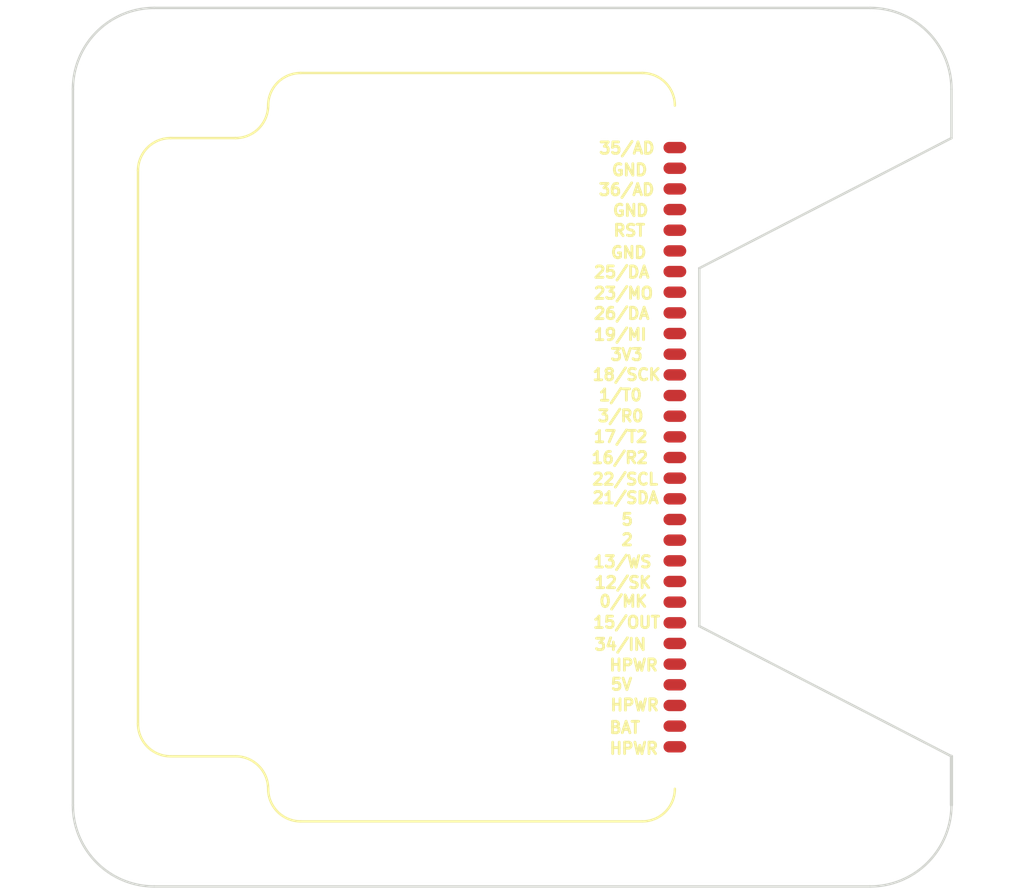
<source format=kicad_pcb>
(kicad_pcb (version 20171130) (host pcbnew 5.1.5-52549c5~86~ubuntu18.04.1)

  (general
    (thickness 1.6)
    (drawings 52)
    (tracks 0)
    (zones 0)
    (modules 13)
    (nets 27)
  )

  (page A4)
  (layers
    (0 F.Cu signal)
    (31 B.Cu signal)
    (32 B.Adhes user)
    (33 F.Adhes user)
    (34 B.Paste user)
    (35 F.Paste user)
    (36 B.SilkS user)
    (37 F.SilkS user)
    (38 B.Mask user)
    (39 F.Mask user)
    (40 Dwgs.User user)
    (41 Cmts.User user)
    (42 Eco1.User user)
    (43 Eco2.User user)
    (44 Edge.Cuts user)
    (45 Margin user)
    (46 B.CrtYd user)
    (47 F.CrtYd user)
    (48 B.Fab user)
    (49 F.Fab user)
  )

  (setup
    (last_trace_width 0.25)
    (trace_clearance 0.2)
    (zone_clearance 0.508)
    (zone_45_only no)
    (trace_min 0.2)
    (via_size 0.8)
    (via_drill 0.4)
    (via_min_size 0.4)
    (via_min_drill 0.3)
    (uvia_size 0.3)
    (uvia_drill 0.1)
    (uvias_allowed no)
    (uvia_min_size 0.2)
    (uvia_min_drill 0.1)
    (edge_width 0.15)
    (segment_width 0.2)
    (pcb_text_width 0.3)
    (pcb_text_size 1.5 1.5)
    (mod_edge_width 0.15)
    (mod_text_size 1 1)
    (mod_text_width 0.15)
    (pad_size 3.15 1)
    (pad_drill 0)
    (pad_to_mask_clearance 0.2)
    (solder_mask_min_width 0.25)
    (aux_axis_origin 98.2472 62.5348)
    (grid_origin 98.3488 62.4332)
    (visible_elements FFFFFF7F)
    (pcbplotparams
      (layerselection 0x010fc_ffffffff)
      (usegerberextensions true)
      (usegerberattributes false)
      (usegerberadvancedattributes false)
      (creategerberjobfile false)
      (excludeedgelayer true)
      (linewidth 0.100000)
      (plotframeref false)
      (viasonmask false)
      (mode 1)
      (useauxorigin false)
      (hpglpennumber 1)
      (hpglpenspeed 20)
      (hpglpendiameter 15.000000)
      (psnegative false)
      (psa4output false)
      (plotreference true)
      (plotvalue true)
      (plotinvisibletext false)
      (padsonsilk false)
      (subtractmaskfromsilk false)
      (outputformat 1)
      (mirror false)
      (drillshape 0)
      (scaleselection 1)
      (outputdirectory "gerbers"))
  )

  (net 0 "")
  (net 1 GND)
  (net 2 +BATT)
  (net 3 +5V)
  (net 4 +3V3)
  (net 5 /35)
  (net 6 /36)
  (net 7 /RST)
  (net 8 /25)
  (net 9 /23)
  (net 10 /26)
  (net 11 /19)
  (net 12 /18)
  (net 13 /1)
  (net 14 /3)
  (net 15 /17)
  (net 16 /16)
  (net 17 /22)
  (net 18 /21)
  (net 19 /5)
  (net 20 /2)
  (net 21 /13)
  (net 22 /12)
  (net 23 /0)
  (net 24 /15)
  (net 25 /34)
  (net 26 /HPWR)

  (net_class Default "これは標準のネット クラスです。"
    (clearance 0.2)
    (trace_width 0.25)
    (via_dia 0.8)
    (via_drill 0.4)
    (uvia_dia 0.3)
    (uvia_drill 0.1)
    (add_net +3V3)
    (add_net +5V)
    (add_net +BATT)
    (add_net /0)
    (add_net /1)
    (add_net /12)
    (add_net /13)
    (add_net /15)
    (add_net /16)
    (add_net /17)
    (add_net /18)
    (add_net /19)
    (add_net /2)
    (add_net /21)
    (add_net /22)
    (add_net /23)
    (add_net /25)
    (add_net /26)
    (add_net /3)
    (add_net /34)
    (add_net /35)
    (add_net /36)
    (add_net /5)
    (add_net /HPWR)
    (add_net /RST)
    (add_net GND)
  )

  (module footprints:outer_corner (layer F.Cu) (tedit 5D40D49F) (tstamp 5D0F3291)
    (at 100 50 90)
    (fp_text reference corner3 (at -3.9243 -2.4765 90) (layer F.SilkS) hide
      (effects (font (size 1 1) (thickness 0.15)))
    )
    (fp_text value outer_corner (at -3.429 -1.4224 90) (layer F.Fab)
      (effects (font (size 1 1) (thickness 0.15)))
    )
    (fp_arc (start -3 3) (end 2 3) (angle -90) (layer Edge.Cuts) (width 0.15))
  )

  (module footprints:outer_corner (layer F.Cu) (tedit 5D40D49F) (tstamp 5D0F31A6)
    (at 150 100 270)
    (fp_text reference corner2 (at -3.9243 -2.4765 90) (layer F.SilkS) hide
      (effects (font (size 1 1) (thickness 0.15)))
    )
    (fp_text value outer_corner (at -3.429 -1.4224 90) (layer F.Fab)
      (effects (font (size 1 1) (thickness 0.15)))
    )
    (fp_arc (start -3 3) (end 2 3) (angle -90) (layer Edge.Cuts) (width 0.15))
  )

  (module footprints:outer_corner (layer F.Cu) (tedit 5D40D49F) (tstamp 5D0F3304)
    (at 100 100 180)
    (fp_text reference corner4 (at -3.9243 -2.4765) (layer F.SilkS) hide
      (effects (font (size 1 1) (thickness 0.15)))
    )
    (fp_text value outer_corner (at -3.429 -1.4224) (layer F.Fab)
      (effects (font (size 1 1) (thickness 0.15)))
    )
    (fp_arc (start -3 3) (end 2 3) (angle -90) (layer Edge.Cuts) (width 0.15))
  )

  (module footprints:outer_corner (layer F.Cu) (tedit 5D40D49F) (tstamp 5D0F2FD0)
    (at 150 50)
    (fp_text reference corner1 (at -0.4191 -2.6035) (layer F.SilkS) hide
      (effects (font (size 1 1) (thickness 0.15)))
    )
    (fp_text value outer_corner (at -0.0765 -1.6384) (layer F.Fab)
      (effects (font (size 1 1) (thickness 0.15)))
    )
    (fp_arc (start -3 3) (end 2 3) (angle -90) (layer Edge.Cuts) (width 0.15))
  )

  (module MountingHole:MountingHole_3.2mm_M3 (layer F.Cu) (tedit 5B27A8D5) (tstamp 5B32220F)
    (at 103 53)
    (descr "Mounting Hole 3.2mm, no annular, M3")
    (tags "mounting hole 3.2mm no annular m3")
    (attr virtual)
    (fp_text reference REF1 (at 0 -4.2) (layer F.SilkS) hide
      (effects (font (size 1 1) (thickness 0.15)))
    )
    (fp_text value MountingHole_3.2mm_M3 (at 0 4.2) (layer F.Fab)
      (effects (font (size 1 1) (thickness 0.15)))
    )
    (fp_circle (center 0 0) (end 3.45 0) (layer F.CrtYd) (width 0.05))
    (fp_circle (center 0 0) (end 3.2 0) (layer Cmts.User) (width 0.15))
    (fp_text user %R (at 0.3 0) (layer F.Fab)
      (effects (font (size 1 1) (thickness 0.15)))
    )
    (pad 1 np_thru_hole circle (at 0 0) (size 3.2 3.2) (drill 3.2) (layers *.Cu *.Mask))
  )

  (module MountingHole:MountingHole_3.2mm_M3 (layer F.Cu) (tedit 5BE52A9C) (tstamp 5B322B4A)
    (at 147 53)
    (descr "Mounting Hole 3.2mm, no annular, M3")
    (tags "mounting hole 3.2mm no annular m3")
    (attr virtual)
    (fp_text reference REF4 (at 0 -4.2) (layer F.SilkS) hide
      (effects (font (size 1 1) (thickness 0.15)))
    )
    (fp_text value MountingHole_3.2mm_M3 (at 0 4.2) (layer F.Fab)
      (effects (font (size 1 1) (thickness 0.15)))
    )
    (fp_circle (center 0 0) (end 3.45 0) (layer F.CrtYd) (width 0.05))
    (fp_circle (center 0 0) (end 3.2 0) (layer Cmts.User) (width 0.15))
    (fp_text user %R (at 0.3 0) (layer F.Fab)
      (effects (font (size 1 1) (thickness 0.15)))
    )
    (pad 1 np_thru_hole circle (at 0 0) (size 3.2 3.2) (drill 3.2) (layers *.Cu *.Mask))
  )

  (module MountingHole:MountingHole_3.2mm_M3 (layer F.Cu) (tedit 5B27A915) (tstamp 5B3224E4)
    (at 103 97)
    (descr "Mounting Hole 3.2mm, no annular, M3")
    (tags "mounting hole 3.2mm no annular m3")
    (attr virtual)
    (fp_text reference REF6 (at 0 -4.2) (layer F.SilkS) hide
      (effects (font (size 1 1) (thickness 0.15)))
    )
    (fp_text value MountingHole_3.2mm_M3 (at 0 4.2) (layer F.Fab)
      (effects (font (size 1 1) (thickness 0.15)))
    )
    (fp_circle (center 0 0) (end 3.45 0) (layer F.CrtYd) (width 0.05))
    (fp_circle (center 0 0) (end 3.2 0) (layer Cmts.User) (width 0.15))
    (fp_text user %R (at 0.3 0) (layer F.Fab)
      (effects (font (size 1 1) (thickness 0.15)))
    )
    (pad 1 np_thru_hole circle (at 0 0) (size 3.2 3.2) (drill 3.2) (layers *.Cu *.Mask))
  )

  (module MountingHole:MountingHole_3.2mm_M3 (layer F.Cu) (tedit 5B27A932) (tstamp 5B3225DF)
    (at 147 97)
    (descr "Mounting Hole 3.2mm, no annular, M3")
    (tags "mounting hole 3.2mm no annular m3")
    (attr virtual)
    (fp_text reference REF9 (at 0 -4.2) (layer F.SilkS) hide
      (effects (font (size 1 1) (thickness 0.15)))
    )
    (fp_text value MountingHole_3.2mm_M3 (at 0 4.2) (layer F.Fab)
      (effects (font (size 1 1) (thickness 0.15)))
    )
    (fp_text user %R (at 0.3 0) (layer F.Fab)
      (effects (font (size 1 1) (thickness 0.15)))
    )
    (fp_circle (center 0 0) (end 3.2 0) (layer Cmts.User) (width 0.15))
    (fp_circle (center 0 0) (end 3.45 0) (layer F.CrtYd) (width 0.05))
    (pad 1 np_thru_hole circle (at 0 0) (size 3.2 3.2) (drill 3.2) (layers *.Cu *.Mask))
  )

  (module MountingHole:MountingHole_2.2mm_M2 (layer F.Cu) (tedit 5B27A8E1) (tstamp 5B32290D)
    (at 107 53)
    (descr "Mounting Hole 2.2mm, no annular, M2")
    (tags "mounting hole 2.2mm no annular m2")
    (attr virtual)
    (fp_text reference REF2 (at 0 -3.2) (layer F.SilkS) hide
      (effects (font (size 1 1) (thickness 0.15)))
    )
    (fp_text value MountingHole_2.2mm_M2 (at 0 3.2) (layer F.Fab)
      (effects (font (size 1 1) (thickness 0.15)))
    )
    (fp_circle (center 0 0) (end 2.45 0) (layer F.CrtYd) (width 0.05))
    (fp_circle (center 0 0) (end 2.2 0) (layer Cmts.User) (width 0.15))
    (fp_text user %R (at 0.3 0) (layer F.Fab)
      (effects (font (size 1 1) (thickness 0.15)))
    )
    (pad 1 np_thru_hole circle (at 0 0) (size 2.2 2.2) (drill 2.2) (layers *.Cu *.Mask))
  )

  (module MountingHole:MountingHole_2.2mm_M2 (layer F.Cu) (tedit 5B27A8EC) (tstamp 5B3F0566)
    (at 143 53)
    (descr "Mounting Hole 2.2mm, no annular, M2")
    (tags "mounting hole 2.2mm no annular m2")
    (attr virtual)
    (fp_text reference REF3 (at 0 -3.2) (layer F.SilkS) hide
      (effects (font (size 1 1) (thickness 0.15)))
    )
    (fp_text value MountingHole_2.2mm_M2 (at 0 3.2) (layer F.Fab)
      (effects (font (size 1 1) (thickness 0.15)))
    )
    (fp_circle (center 0 0) (end 2.45 0) (layer F.CrtYd) (width 0.05))
    (fp_circle (center 0 0) (end 2.2 0) (layer Cmts.User) (width 0.15))
    (fp_text user %R (at 0.3 0) (layer F.Fab)
      (effects (font (size 1 1) (thickness 0.15)))
    )
    (pad 1 np_thru_hole circle (at 0 0) (size 2.2 2.2) (drill 2.2) (layers *.Cu *.Mask))
  )

  (module MountingHole:MountingHole_2.2mm_M2 (layer F.Cu) (tedit 5B27A91F) (tstamp 5B3F0575)
    (at 107 97)
    (descr "Mounting Hole 2.2mm, no annular, M2")
    (tags "mounting hole 2.2mm no annular m2")
    (attr virtual)
    (fp_text reference REF7 (at 0 -3.2) (layer F.SilkS) hide
      (effects (font (size 1 1) (thickness 0.15)))
    )
    (fp_text value MountingHole_2.2mm_M2 (at 0 3.2) (layer F.Fab)
      (effects (font (size 1 1) (thickness 0.15)))
    )
    (fp_circle (center 0 0) (end 2.45 0) (layer F.CrtYd) (width 0.05))
    (fp_circle (center 0 0) (end 2.2 0) (layer Cmts.User) (width 0.15))
    (fp_text user %R (at 0.3 0) (layer F.Fab)
      (effects (font (size 1 1) (thickness 0.15)))
    )
    (pad 1 np_thru_hole circle (at 0 0) (size 2.2 2.2) (drill 2.2) (layers *.Cu *.Mask))
  )

  (module MountingHole:MountingHole_2.2mm_M2 (layer F.Cu) (tedit 5B27A928) (tstamp 5B3F0585)
    (at 143 97)
    (descr "Mounting Hole 2.2mm, no annular, M2")
    (tags "mounting hole 2.2mm no annular m2")
    (attr virtual)
    (fp_text reference REF8 (at 0 -3.2) (layer F.SilkS) hide
      (effects (font (size 1 1) (thickness 0.15)))
    )
    (fp_text value MountingHole_2.2mm_M2 (at 0 3.2) (layer F.Fab)
      (effects (font (size 1 1) (thickness 0.15)))
    )
    (fp_circle (center 0 0) (end 2.45 0) (layer F.CrtYd) (width 0.05))
    (fp_circle (center 0 0) (end 2.2 0) (layer Cmts.User) (width 0.15))
    (fp_text user %R (at 0.3 0) (layer F.Fab)
      (effects (font (size 1 1) (thickness 0.15)))
    )
    (pad 1 np_thru_hole circle (at 0 0) (size 2.2 2.2) (drill 2.2) (layers *.Cu *.Mask))
  )

  (module footprints:Pads_1x30_P1.27mm_Vertical (layer F.Cu) (tedit 5D10D102) (tstamp 5D112CD6)
    (at 135 56.585)
    (descr "Through hole straight pin header, 1x30, 1.27mm pitch, single row")
    (tags "Through hole pin header THT 1x30 1.27mm single row")
    (path /5CD7CD4A)
    (fp_text reference J1 (at 0 -1.695) (layer F.SilkS) hide
      (effects (font (size 1 1) (thickness 0.15)))
    )
    (fp_text value free_holes (at 0 38.525) (layer F.Fab)
      (effects (font (size 1 1) (thickness 0.15)))
    )
    (fp_line (start -0.525 -0.635) (end 1.05 -0.635) (layer F.Fab) (width 0.1))
    (fp_line (start 1.05 -0.635) (end 1.05 37.465) (layer F.Fab) (width 0.1))
    (fp_line (start 1.05 37.465) (end -1.05 37.465) (layer F.Fab) (width 0.1))
    (fp_line (start -1.05 37.465) (end -1.05 -0.11) (layer F.Fab) (width 0.1))
    (fp_line (start -1.05 -0.11) (end -0.525 -0.635) (layer F.Fab) (width 0.1))
    (fp_line (start -1.55 -1.15) (end -1.55 38) (layer F.CrtYd) (width 0.05))
    (fp_line (start -1.55 38) (end 1.55 38) (layer F.CrtYd) (width 0.05))
    (fp_line (start 1.55 38) (end 1.55 -1.15) (layer F.CrtYd) (width 0.05))
    (fp_line (start 1.55 -1.15) (end -1.55 -1.15) (layer F.CrtYd) (width 0.05))
    (fp_text user %R (at 0 18.415 90) (layer F.Fab)
      (effects (font (size 1 1) (thickness 0.15)))
    )
    (pad 1 connect oval (at 0 0) (size 1.4 0.7) (layers F.Cu F.Mask)
      (net 5 /35))
    (pad 2 connect oval (at 0 1.27) (size 1.4 0.7) (layers F.Cu F.Mask)
      (net 1 GND))
    (pad 3 connect oval (at 0 2.54) (size 1.4 0.7) (layers F.Cu F.Mask)
      (net 6 /36))
    (pad 4 connect oval (at 0 3.81) (size 1.4 0.7) (layers F.Cu F.Mask)
      (net 1 GND))
    (pad 5 connect oval (at 0 5.08) (size 1.4 0.7) (layers F.Cu F.Mask)
      (net 7 /RST))
    (pad 6 connect oval (at 0 6.35) (size 1.4 0.7) (layers F.Cu F.Mask)
      (net 1 GND))
    (pad 7 connect oval (at 0 7.62) (size 1.4 0.7) (layers F.Cu F.Mask)
      (net 8 /25))
    (pad 8 connect oval (at 0 8.89) (size 1.4 0.7) (layers F.Cu F.Mask)
      (net 9 /23))
    (pad 9 connect oval (at 0 10.16) (size 1.4 0.7) (layers F.Cu F.Mask)
      (net 10 /26))
    (pad 10 connect oval (at 0 11.43) (size 1.4 0.7) (layers F.Cu F.Mask)
      (net 11 /19))
    (pad 11 connect oval (at 0 12.7) (size 1.4 0.7) (layers F.Cu F.Mask)
      (net 4 +3V3))
    (pad 12 connect oval (at 0 13.97) (size 1.4 0.7) (layers F.Cu F.Mask)
      (net 12 /18))
    (pad 13 connect oval (at 0 15.24) (size 1.4 0.7) (layers F.Cu F.Mask)
      (net 13 /1))
    (pad 14 connect oval (at 0 16.51) (size 1.4 0.7) (layers F.Cu F.Mask)
      (net 14 /3))
    (pad 15 connect oval (at 0 17.78) (size 1.4 0.7) (layers F.Cu F.Mask)
      (net 15 /17))
    (pad 16 connect oval (at 0 19.05) (size 1.4 0.7) (layers F.Cu F.Mask)
      (net 16 /16))
    (pad 17 connect oval (at 0 20.32) (size 1.4 0.7) (layers F.Cu F.Mask)
      (net 17 /22))
    (pad 18 connect oval (at 0 21.59) (size 1.4 0.7) (layers F.Cu F.Mask)
      (net 18 /21))
    (pad 19 connect oval (at 0 22.86) (size 1.4 0.7) (layers F.Cu F.Mask)
      (net 19 /5))
    (pad 20 connect oval (at 0 24.13) (size 1.4 0.7) (layers F.Cu F.Mask)
      (net 20 /2))
    (pad 21 connect oval (at 0 25.4) (size 1.4 0.7) (layers F.Cu F.Mask)
      (net 21 /13))
    (pad 22 connect oval (at 0 26.67) (size 1.4 0.7) (layers F.Cu F.Mask)
      (net 22 /12))
    (pad 23 connect oval (at 0 27.94) (size 1.4 0.7) (layers F.Cu F.Mask)
      (net 23 /0))
    (pad 24 connect oval (at 0 29.21) (size 1.4 0.7) (layers F.Cu F.Mask)
      (net 24 /15))
    (pad 25 connect oval (at 0 30.48) (size 1.4 0.7) (layers F.Cu F.Mask)
      (net 25 /34))
    (pad 26 connect oval (at 0 31.75) (size 1.4 0.7) (layers F.Cu F.Mask)
      (net 26 /HPWR))
    (pad 27 connect oval (at 0 33.02) (size 1.4 0.7) (layers F.Cu F.Mask)
      (net 3 +5V))
    (pad 28 connect oval (at 0 34.29) (size 1.4 0.7) (layers F.Cu F.Mask)
      (net 26 /HPWR))
    (pad 29 connect oval (at 0 35.56) (size 1.4 0.7) (layers F.Cu F.Mask)
      (net 2 +BATT))
    (pad 30 connect oval (at 0 36.83) (size 1.4 0.7) (layers F.Cu F.Mask)
      (net 26 /HPWR))
    (model ${KISYS3DMOD}/Connector_PinHeader_1.27mm.3dshapes/PinHeader_1x30_P1.27mm_Vertical.wrl
      (at (xyz 0 0 0))
      (scale (xyz 1 1 1))
      (rotate (xyz 0 0 0))
    )
  )

  (gr_text "Please put components on back side." (at 124.1388 50.4732) (layer Eco1.User)
    (effects (font (size 1 1) (thickness 0.15)))
  )
  (gr_line (start 152 53) (end 152 56) (layer Edge.Cuts) (width 0.15))
  (gr_line (start 136.5 86) (end 152 94) (layer Edge.Cuts) (width 0.15))
  (gr_line (start 136.5 64) (end 136.5 86) (layer Edge.Cuts) (width 0.15))
  (gr_line (start 152 56) (end 136.5 64) (layer Edge.Cuts) (width 0.15))
  (gr_text 21/SDA (at 131.9693 78.1131) (layer F.SilkS) (tstamp 5D0F4D33)
    (effects (font (size 0.7 0.7) (thickness 0.175)))
  )
  (gr_text HPWR (at 132.4773 93.5182) (layer F.SilkS) (tstamp 5D0FBAC3)
    (effects (font (size 0.7 0.7) (thickness 0.175)))
  )
  (gr_text HPWR (at 132.5281 90.8512) (layer F.SilkS) (tstamp 5D0FB26C)
    (effects (font (size 0.7 0.7) (thickness 0.175)))
  )
  (gr_text HPWR (at 132.4646 88.4001) (layer F.SilkS) (tstamp 5D0FB269)
    (effects (font (size 0.7 0.7) (thickness 0.175)))
  )
  (gr_text 2 (at 132.0675 80.692) (layer F.SilkS) (tstamp 5D0FB265)
    (effects (font (size 0.7 0.7) (thickness 0.175)))
  )
  (gr_text 5 (at 132.0675 79.4474) (layer F.SilkS) (tstamp 5D0FB236)
    (effects (font (size 0.7 0.7) (thickness 0.175)))
  )
  (gr_text BAT (at 131.9185 92.2355) (layer F.SilkS) (tstamp 5D0FB204)
    (effects (font (size 0.7 0.7) (thickness 0.175)))
  )
  (gr_text 5V (at 131.7153 89.5812) (layer F.SilkS) (tstamp 5D0FB200)
    (effects (font (size 0.7 0.7) (thickness 0.175)))
  )
  (gr_text RST (at 132.1988 61.6832) (layer F.SilkS) (tstamp 5D0FB1FC)
    (effects (font (size 0.7 0.7) (thickness 0.175)))
  )
  (gr_text GND (at 132.1598 63.0382) (layer F.SilkS) (tstamp 5D0FB1F5)
    (effects (font (size 0.7 0.7) (thickness 0.175)))
  )
  (gr_text GND (at 132.2788 60.4532) (layer F.SilkS) (tstamp 5D0FB1F5)
    (effects (font (size 0.7 0.7) (thickness 0.175)))
  )
  (gr_text GND (at 132.2152 57.962) (layer F.SilkS) (tstamp 5D0FB1F2)
    (effects (font (size 0.7 0.7) (thickness 0.175)))
  )
  (gr_line (start 103 48) (end 147 48) (layer Edge.Cuts) (width 0.15))
  (gr_arc (start 112 96) (end 110 96) (angle -90) (layer F.SilkS) (width 0.15) (tstamp 5D0F5050))
  (gr_arc (start 104 92) (end 102 92) (angle -90) (layer F.SilkS) (width 0.15) (tstamp 5D0F5050))
  (gr_arc (start 104 58) (end 104 56) (angle -90) (layer F.SilkS) (width 0.15) (tstamp 5D0F5019))
  (gr_arc (start 112 54) (end 112 52) (angle -90) (layer F.SilkS) (width 0.15) (tstamp 5D0F5019))
  (gr_arc (start 108 54) (end 108 56) (angle -90) (layer F.SilkS) (width 0.15) (tstamp 5D0F5019))
  (gr_arc (start 108 96) (end 110 96) (angle -90) (layer F.SilkS) (width 0.15) (tstamp 5D0F5012))
  (gr_arc (start 133 96) (end 133 98) (angle -90) (layer F.SilkS) (width 0.15))
  (gr_arc (start 133 54) (end 135 54) (angle -90) (layer F.SilkS) (width 0.15))
  (gr_text 3V3 (at 132.0328 69.312) (layer F.SilkS) (tstamp 5D0F4EBB)
    (effects (font (size 0.7 0.7) (thickness 0.175)))
  )
  (gr_text 18/SCK (at 132.0328 70.5439) (layer F.SilkS) (tstamp 5D0F4EBB)
    (effects (font (size 0.7 0.7) (thickness 0.175)))
  )
  (gr_text 19/MI (at 131.6391 68.0801) (layer F.SilkS) (tstamp 5D0F4EBB)
    (effects (font (size 0.7 0.7) (thickness 0.175)))
  )
  (gr_text 23/MO (at 131.8423 65.5401) (layer F.SilkS) (tstamp 5D0F4EBB)
    (effects (font (size 0.7 0.7) (thickness 0.175)))
  )
  (gr_text 15/OUT (at 132.0328 85.7712) (layer F.SilkS) (tstamp 5D0F4EBB)
    (effects (font (size 0.7 0.7) (thickness 0.175)))
  )
  (gr_text 12/SK (at 131.8042 83.3201) (layer F.SilkS) (tstamp 5D0F4E1B)
    (effects (font (size 0.7 0.7) (thickness 0.175)))
  )
  (gr_text 3/R0 (at 131.6645 73.0839) (layer F.SilkS) (tstamp 5D0F4C0D)
    (effects (font (size 0.7 0.7) (thickness 0.175)))
  )
  (gr_text 16/R2 (at 131.6137 75.6493) (layer F.SilkS) (tstamp 5D0F4C0D)
    (effects (font (size 0.7 0.7) (thickness 0.175)))
  )
  (gr_line (start 112 98) (end 133 98) (layer F.SilkS) (width 0.15))
  (gr_line (start 104 94) (end 108 94) (layer F.SilkS) (width 0.15))
  (gr_line (start 102 58) (end 102 92) (layer F.SilkS) (width 0.15))
  (gr_line (start 108 56) (end 104 56) (layer F.SilkS) (width 0.15))
  (gr_line (start 133 52) (end 112 52) (layer F.SilkS) (width 0.15))
  (gr_line (start 152 94) (end 152 97) (layer Edge.Cuts) (width 0.2))
  (gr_text 34/IN (at 131.6518 87.1301) (layer F.SilkS) (tstamp 5C40AD92)
    (effects (font (size 0.7 0.7) (thickness 0.175)))
  )
  (gr_text 0/MK (at 131.8296 84.4758) (layer F.SilkS) (tstamp 5C40AD92)
    (effects (font (size 0.7 0.7) (thickness 0.175)))
  )
  (gr_text 13/WS (at 131.7788 82.0501) (layer F.SilkS) (tstamp 5C40ACA6)
    (effects (font (size 0.7 0.7) (thickness 0.175)))
  )
  (gr_text 1/T0 (at 131.6518 71.8012) (layer F.SilkS) (tstamp 5B34B796)
    (effects (font (size 0.7 0.7) (thickness 0.175)))
  )
  (gr_text 17/T2 (at 131.6645 74.3539) (layer F.SilkS) (tstamp 5B34B794)
    (effects (font (size 0.7 0.7) (thickness 0.175)))
  )
  (gr_text 25/DA (at 131.728 64.2447) (layer F.SilkS) (tstamp 5B34B797)
    (effects (font (size 0.7 0.7) (thickness 0.175)))
  )
  (gr_text 26/DA (at 131.728 66.7847) (layer F.SilkS) (tstamp 5B34B796)
    (effects (font (size 0.7 0.7) (thickness 0.175)))
  )
  (gr_text 35/AD (at 132.0488 56.6232) (layer F.SilkS) (tstamp 5B34B795)
    (effects (font (size 0.7 0.7) (thickness 0.175)))
  )
  (gr_text 36/AD (at 132.0288 59.1732) (layer F.SilkS) (tstamp 5B34B794)
    (effects (font (size 0.7 0.7) (thickness 0.175)))
  )
  (gr_text 22/SCL (at 131.9439 76.9701) (layer F.SilkS) (tstamp 5B27AEB7)
    (effects (font (size 0.7 0.7) (thickness 0.175)))
  )
  (gr_line (start 98 97) (end 98 53) (layer Edge.Cuts) (width 0.15))
  (gr_line (start 147 102) (end 103 102) (layer Edge.Cuts) (width 0.15))

  (zone (net 1) (net_name GND) (layer B.Cu) (tstamp 5D310A56) (hatch edge 0.508)
    (connect_pads (clearance 0.508))
    (min_thickness 0.254)
    (fill (arc_segments 16) (thermal_gap 0.508) (thermal_bridge_width 0.508))
    (polygon
      (pts
        (xy 151.78959 102.407179) (xy 152.30801 48.159221) (xy 98.011501 47.75719) (xy 97.356622 102.005195)
      )
    )
  )
  (zone (net 1) (net_name GND) (layer F.Cu) (tstamp 5D310A53) (hatch edge 0.508)
    (connect_pads (clearance 0.508))
    (min_thickness 0.254)
    (fill (arc_segments 16) (thermal_gap 0.508) (thermal_bridge_width 0.508))
    (polygon
      (pts
        (xy 97.8488 47.9132) (xy 97.6288 101.7932) (xy 152.1188 102.4032) (xy 152.1488 47.8732)
      )
    )
  )
)

</source>
